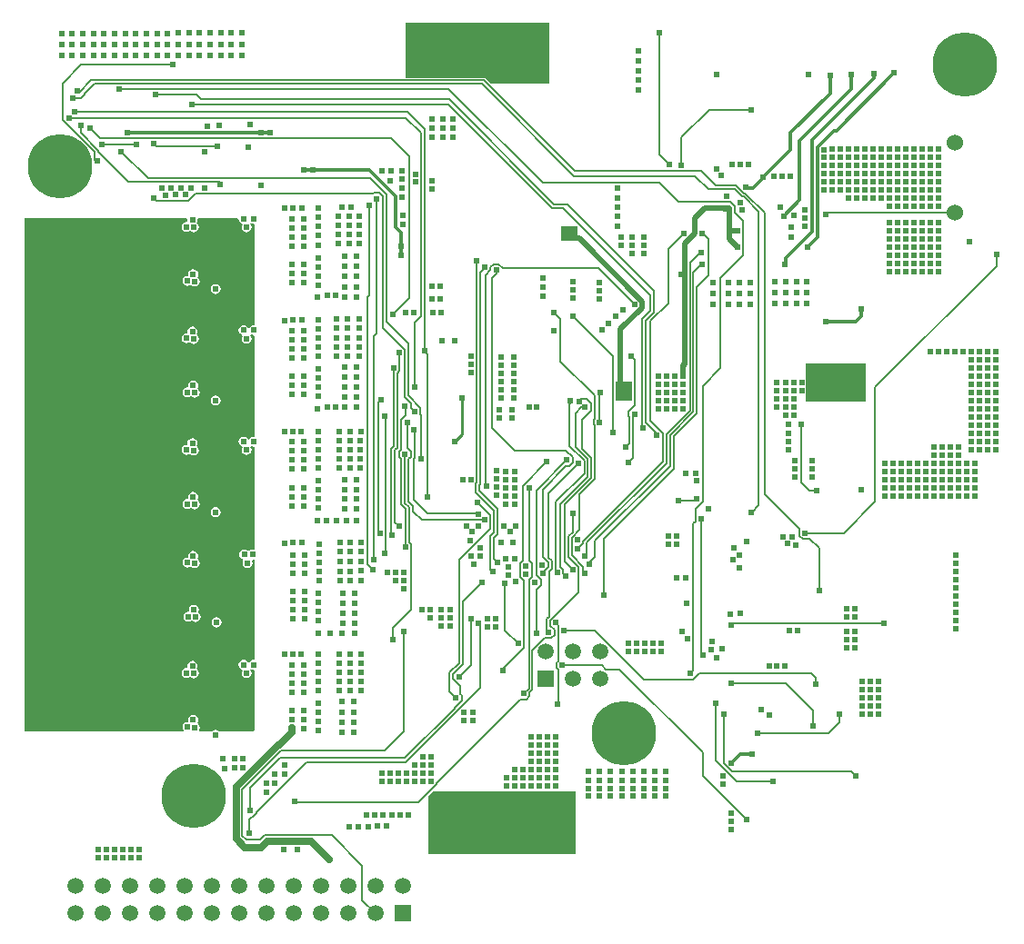
<source format=gbl>
%FSLAX25Y25*%
%MOIN*%
G70*
G01*
G75*
G04 Layer_Physical_Order=4*
G04 Layer_Color=16711680*
%ADD10R,0.03543X0.02756*%
%ADD11R,0.02756X0.03543*%
%ADD12R,0.03150X0.03543*%
%ADD13R,0.01181X0.02559*%
%ADD14R,0.13780X0.08465*%
%ADD15R,0.05315X0.11024*%
%ADD16R,0.05906X0.13386*%
%ADD17R,0.03937X0.21654*%
%ADD18R,0.03347X0.01378*%
%ADD19R,0.02559X0.01181*%
%ADD20R,0.03543X0.03150*%
%ADD21C,0.03937*%
%ADD22R,0.13386X0.05906*%
%ADD23R,0.17716X0.03937*%
%ADD24R,0.12402X0.12402*%
%ADD25O,0.04134X0.00787*%
%ADD26O,0.00787X0.04134*%
%ADD27O,0.02362X0.08661*%
%ADD28R,0.21654X0.03937*%
%ADD29R,0.02756X0.13583*%
%ADD30R,0.25590X0.05709*%
%ADD31R,0.02362X0.04331*%
%ADD32R,0.01378X0.03543*%
%ADD33R,0.21850X0.21260*%
%ADD34R,0.03937X0.12008*%
%ADD35R,0.02362X0.03543*%
%ADD36R,0.03543X0.02362*%
%ADD37R,0.05118X0.07087*%
%ADD38R,0.07087X0.05118*%
%ADD39O,0.08661X0.02362*%
%ADD40R,0.04528X0.06890*%
%ADD41R,0.09055X0.12205*%
%ADD42R,0.00980X0.04331*%
%ADD43R,0.05000X0.11496*%
%ADD44R,0.11496X0.05000*%
%ADD45R,0.09449X0.06693*%
%ADD46O,0.01181X0.07087*%
%ADD47O,0.07087X0.01181*%
%ADD48R,0.15157X0.20276*%
%ADD49R,0.12205X0.07874*%
%ADD50R,0.03347X0.04134*%
%ADD51R,0.04134X0.03347*%
%ADD52R,0.03937X0.17716*%
%ADD53R,0.12598X0.03937*%
%ADD54R,0.01378X0.03347*%
%ADD55R,0.06890X0.04528*%
%ADD56C,0.00800*%
%ADD57C,0.01200*%
%ADD58C,0.00600*%
%ADD59C,0.02000*%
%ADD60C,0.01000*%
%ADD61C,0.02500*%
%ADD62C,0.01500*%
%ADD63R,0.10255X0.13405*%
%ADD64R,0.05906X0.05906*%
%ADD65C,0.05906*%
%ADD66C,0.23622*%
%ADD67C,0.06000*%
%ADD68C,0.02400*%
%ADD69C,0.04000*%
%ADD70C,0.05943*%
%ADD71C,0.05550*%
%ADD72C,0.03600*%
%ADD73C,0.14998*%
G36*
X223982Y194600D02*
X217900D01*
Y201500D01*
X223982D01*
Y194600D01*
D02*
G37*
G36*
X309600Y194300D02*
X287600D01*
Y208400D01*
X309600D01*
Y194300D01*
D02*
G37*
G36*
X203400Y28300D02*
X149200D01*
Y49100D01*
Y49732D01*
X150868Y51400D01*
X203400D01*
Y28300D01*
D02*
G37*
G36*
X79665Y261400D02*
X79804Y260698D01*
X80202Y260102D01*
X80798Y259704D01*
X80953Y259674D01*
X81144Y259212D01*
X81004Y259002D01*
X80865Y258300D01*
X81004Y257598D01*
X81402Y257002D01*
X81998Y256604D01*
X82700Y256465D01*
X83402Y256604D01*
X83998Y257002D01*
X84396Y257598D01*
X84535Y258300D01*
X84396Y259002D01*
X84016Y259570D01*
X84370Y259924D01*
X84698Y259704D01*
X85400Y259565D01*
X85700Y259318D01*
Y222582D01*
X85400Y222335D01*
X84698Y222196D01*
X84102Y221798D01*
X83704Y221202D01*
X83700Y221180D01*
X83200D01*
X83196Y221202D01*
X82798Y221798D01*
X82202Y222196D01*
X81500Y222335D01*
X80798Y222196D01*
X80202Y221798D01*
X79804Y221202D01*
X79665Y220500D01*
X79804Y219798D01*
X80202Y219202D01*
X80798Y218804D01*
X80953Y218774D01*
X81144Y218312D01*
X81004Y218102D01*
X80865Y217400D01*
X81004Y216698D01*
X81402Y216102D01*
X81998Y215704D01*
X82700Y215565D01*
X83402Y215704D01*
X83998Y216102D01*
X84396Y216698D01*
X84535Y217400D01*
X84396Y218102D01*
X84016Y218670D01*
X84370Y219023D01*
X84698Y218804D01*
X85400Y218665D01*
X85700Y218419D01*
Y181682D01*
X85400Y181435D01*
X84698Y181296D01*
X84102Y180898D01*
X83704Y180302D01*
X83700Y180280D01*
X83200D01*
X83196Y180302D01*
X82798Y180898D01*
X82202Y181296D01*
X81500Y181435D01*
X80798Y181296D01*
X80202Y180898D01*
X79804Y180302D01*
X79665Y179600D01*
X79804Y178898D01*
X80202Y178302D01*
X80798Y177904D01*
X80953Y177874D01*
X81144Y177412D01*
X81004Y177202D01*
X80865Y176500D01*
X81004Y175798D01*
X81402Y175202D01*
X81998Y174804D01*
X82700Y174665D01*
X83402Y174804D01*
X83998Y175202D01*
X84396Y175798D01*
X84535Y176500D01*
X84396Y177202D01*
X84016Y177770D01*
X84370Y178123D01*
X84698Y177904D01*
X85400Y177765D01*
X85700Y177518D01*
Y140350D01*
X85313Y140033D01*
X84800Y140135D01*
X84098Y139996D01*
X83502Y139598D01*
X83502Y139598D01*
Y139598D01*
X83098Y139498D01*
D01*
X82502Y139896D01*
X81800Y140035D01*
X81098Y139896D01*
X80502Y139498D01*
X80104Y138902D01*
X79965Y138200D01*
X80104Y137498D01*
X80502Y136902D01*
X81098Y136504D01*
X81253Y136474D01*
X81444Y136012D01*
X81304Y135802D01*
X81165Y135100D01*
X81304Y134398D01*
X81702Y133802D01*
X82298Y133404D01*
X83000Y133265D01*
X83702Y133404D01*
X84298Y133802D01*
X84696Y134398D01*
X84835Y135100D01*
X84696Y135802D01*
X84675Y135834D01*
X84800Y136465D01*
X85313Y136567D01*
X85700Y136250D01*
Y99882D01*
X85400Y99635D01*
X84698Y99496D01*
X84102Y99098D01*
X83704Y98502D01*
X83700Y98480D01*
X83200D01*
X83196Y98502D01*
X82798Y99098D01*
X82202Y99496D01*
X81500Y99635D01*
X80798Y99496D01*
X80202Y99098D01*
X79804Y98502D01*
X79665Y97800D01*
X79804Y97098D01*
X80202Y96502D01*
X80798Y96104D01*
X80953Y96074D01*
X81144Y95612D01*
X81004Y95402D01*
X80865Y94700D01*
X81004Y93998D01*
X81402Y93402D01*
X81998Y93004D01*
X82700Y92865D01*
X83402Y93004D01*
X83998Y93402D01*
X84396Y93998D01*
X84535Y94700D01*
X84396Y95402D01*
X84016Y95970D01*
X84370Y96324D01*
X84698Y96104D01*
X85400Y95965D01*
X85700Y95718D01*
Y73500D01*
X85001Y73300D01*
X72694D01*
X72102Y73696D01*
X71400Y73835D01*
X70698Y73696D01*
X70106Y73300D01*
X65393D01*
X65157Y73741D01*
X65396Y74098D01*
X65535Y74800D01*
X65396Y75502D01*
X64998Y76098D01*
X64829Y76211D01*
X64731Y76701D01*
X64796Y76798D01*
X64935Y77500D01*
X64796Y78202D01*
X64398Y78798D01*
X63802Y79196D01*
X63100Y79335D01*
X62398Y79196D01*
X61802Y78798D01*
X61404Y78202D01*
X61265Y77500D01*
X61404Y76798D01*
D01*
X61000Y76835D01*
D01*
X61000Y76835D01*
Y76835D01*
X60298Y76696D01*
X59702Y76298D01*
X59304Y75702D01*
X59165Y75000D01*
X59304Y74298D01*
X59676Y73741D01*
X59470Y73354D01*
X59434Y73300D01*
X1223D01*
Y261700D01*
X60730D01*
X61047Y261314D01*
X60965Y260900D01*
X61104Y260198D01*
D01*
X60700Y260235D01*
D01*
X60700Y260235D01*
Y260235D01*
X59998Y260096D01*
X59402Y259698D01*
X59004Y259102D01*
X58865Y258400D01*
X59004Y257698D01*
X59402Y257102D01*
X59998Y256704D01*
X60700Y256565D01*
X61402Y256704D01*
X61791Y256964D01*
X62102Y256902D01*
X62698Y256504D01*
X63400Y256365D01*
X64102Y256504D01*
X64698Y256902D01*
X65096Y257498D01*
X65235Y258200D01*
X65096Y258902D01*
X64698Y259498D01*
X64235Y259807D01*
X64496Y260198D01*
X64635Y260900D01*
X64553Y261314D01*
X64870Y261700D01*
X79418D01*
X79665Y261400D01*
D02*
G37*
G36*
X203900Y253200D02*
X197800D01*
Y258500D01*
X203900D01*
Y253200D01*
D02*
G37*
G36*
X193600Y311100D02*
X171998D01*
X170249Y312849D01*
X169951Y313048D01*
X169600Y313118D01*
X141100D01*
Y333300D01*
X193600D01*
Y311100D01*
D02*
G37*
%LPC*%
G36*
X71400Y155635D02*
X70698Y155496D01*
X70102Y155098D01*
X69704Y154502D01*
X69565Y153800D01*
X69704Y153098D01*
X70102Y152502D01*
X70698Y152104D01*
X71400Y151965D01*
X72102Y152104D01*
X72698Y152502D01*
X73096Y153098D01*
X73235Y153800D01*
X73096Y154502D01*
X72698Y155098D01*
X72102Y155496D01*
X71400Y155635D01*
D02*
G37*
G36*
X63100Y139535D02*
X62398Y139396D01*
X61802Y138998D01*
X61404Y138402D01*
X61265Y137700D01*
X61404Y136998D01*
D01*
X61000Y137035D01*
D01*
X61000Y137035D01*
Y137035D01*
X60298Y136896D01*
X59702Y136498D01*
X59304Y135902D01*
X59165Y135200D01*
X59304Y134498D01*
X59702Y133902D01*
X60298Y133504D01*
X61000Y133365D01*
X61702Y133504D01*
X62091Y133764D01*
X62402Y133702D01*
X62998Y133304D01*
X63700Y133165D01*
X64402Y133304D01*
X64998Y133702D01*
X65396Y134298D01*
X65535Y135000D01*
X65396Y135702D01*
X64998Y136298D01*
X64829Y136411D01*
X64731Y136901D01*
X64796Y136998D01*
X64935Y137700D01*
X64796Y138402D01*
X64398Y138998D01*
X63802Y139396D01*
X63100Y139535D01*
D02*
G37*
G36*
X62800Y99135D02*
X62098Y98996D01*
X61502Y98598D01*
X61104Y98002D01*
X60965Y97300D01*
X61104Y96598D01*
D01*
X60700Y96635D01*
D01*
X60700Y96635D01*
Y96635D01*
X59998Y96496D01*
X59402Y96098D01*
X59004Y95502D01*
X58865Y94800D01*
X59004Y94098D01*
X59402Y93502D01*
X59998Y93104D01*
X60700Y92965D01*
X61402Y93104D01*
X61791Y93364D01*
X62102Y93302D01*
X62698Y92904D01*
X63400Y92765D01*
X64102Y92904D01*
X64698Y93302D01*
X65096Y93898D01*
X65235Y94600D01*
X65096Y95302D01*
X64698Y95898D01*
X64529Y96011D01*
X64431Y96501D01*
X64496Y96598D01*
X64635Y97300D01*
X64496Y98002D01*
X64098Y98598D01*
X63502Y98996D01*
X62800Y99135D01*
D02*
G37*
G36*
X71700Y115135D02*
X70998Y114996D01*
X70402Y114598D01*
X70004Y114002D01*
X69865Y113300D01*
X70004Y112598D01*
X70402Y112002D01*
X70998Y111604D01*
X71700Y111465D01*
X72402Y111604D01*
X72998Y112002D01*
X73396Y112598D01*
X73535Y113300D01*
X73396Y114002D01*
X72998Y114598D01*
X72402Y114996D01*
X71700Y115135D01*
D02*
G37*
G36*
X63400Y119735D02*
X62698Y119596D01*
X62102Y119198D01*
X61704Y118602D01*
X61565Y117900D01*
X61704Y117198D01*
D01*
X61300Y117235D01*
D01*
X61300Y117235D01*
Y117235D01*
X60598Y117096D01*
X60002Y116698D01*
X59604Y116102D01*
X59465Y115400D01*
X59604Y114698D01*
X60002Y114102D01*
X60598Y113704D01*
X61300Y113565D01*
X62002Y113704D01*
X62391Y113964D01*
X62702Y113902D01*
X63298Y113504D01*
X64000Y113365D01*
X64702Y113504D01*
X65298Y113902D01*
X65696Y114498D01*
X65835Y115200D01*
X65696Y115902D01*
X65298Y116498D01*
X65129Y116611D01*
X65031Y117101D01*
X65096Y117198D01*
X65235Y117900D01*
X65096Y118602D01*
X64698Y119198D01*
X64102Y119596D01*
X63400Y119735D01*
D02*
G37*
G36*
X63100Y161135D02*
X62398Y160996D01*
X61802Y160598D01*
X61404Y160002D01*
X61265Y159300D01*
X61404Y158598D01*
D01*
X61000Y158635D01*
D01*
X61000Y158635D01*
Y158635D01*
X60298Y158496D01*
X59702Y158098D01*
X59304Y157502D01*
X59165Y156800D01*
X59304Y156098D01*
X59702Y155502D01*
X60298Y155104D01*
X61000Y154965D01*
X61702Y155104D01*
X62091Y155364D01*
X62402Y155302D01*
X62998Y154904D01*
X63700Y154765D01*
X64402Y154904D01*
X64998Y155302D01*
X65396Y155898D01*
X65535Y156600D01*
X65396Y157302D01*
X64998Y157898D01*
X64829Y158011D01*
X64731Y158501D01*
X64796Y158598D01*
X64935Y159300D01*
X64796Y160002D01*
X64398Y160598D01*
X63802Y160996D01*
X63100Y161135D01*
D02*
G37*
G36*
X62800Y221835D02*
X62098Y221696D01*
X61502Y221298D01*
X61104Y220702D01*
X60965Y220000D01*
X61104Y219298D01*
D01*
X60700Y219335D01*
D01*
X60700Y219335D01*
Y219335D01*
X59998Y219196D01*
X59402Y218798D01*
X59004Y218202D01*
X58865Y217500D01*
X59004Y216798D01*
X59402Y216202D01*
X59998Y215804D01*
X60700Y215665D01*
X61402Y215804D01*
X61791Y216064D01*
X62102Y216002D01*
X62698Y215604D01*
X63400Y215465D01*
X64102Y215604D01*
X64698Y216002D01*
X65096Y216598D01*
X65235Y217300D01*
X65096Y218002D01*
X64698Y218598D01*
X64529Y218711D01*
X64431Y219201D01*
X64496Y219298D01*
X64635Y220000D01*
X64496Y220702D01*
X64098Y221298D01*
X63502Y221696D01*
X62800Y221835D01*
D02*
G37*
G36*
X71400Y237435D02*
X70698Y237296D01*
X70102Y236898D01*
X69704Y236302D01*
X69565Y235600D01*
X69704Y234898D01*
X70102Y234302D01*
X70698Y233904D01*
X71400Y233765D01*
X72102Y233904D01*
X72698Y234302D01*
X73096Y234898D01*
X73235Y235600D01*
X73096Y236302D01*
X72698Y236898D01*
X72102Y237296D01*
X71400Y237435D01*
D02*
G37*
G36*
X63100Y242935D02*
X62398Y242796D01*
X61802Y242398D01*
X61404Y241802D01*
X61265Y241100D01*
X61404Y240398D01*
D01*
X61000Y240435D01*
D01*
X61000Y240435D01*
Y240435D01*
X60298Y240296D01*
X59702Y239898D01*
X59304Y239302D01*
X59165Y238600D01*
X59304Y237898D01*
X59702Y237302D01*
X60298Y236904D01*
X61000Y236765D01*
X61702Y236904D01*
X62091Y237164D01*
X62402Y237102D01*
X62998Y236704D01*
X63700Y236565D01*
X64402Y236704D01*
X64998Y237102D01*
X65396Y237698D01*
X65535Y238400D01*
X65396Y239102D01*
X64998Y239698D01*
X64535Y240007D01*
X64796Y240398D01*
X64935Y241100D01*
X64796Y241802D01*
X64398Y242398D01*
X63802Y242796D01*
X63100Y242935D01*
D02*
G37*
G36*
X62800Y180935D02*
X62098Y180796D01*
X61502Y180398D01*
X61104Y179802D01*
X60965Y179100D01*
X61104Y178398D01*
D01*
X60700Y178435D01*
D01*
X60700Y178435D01*
Y178435D01*
X59998Y178296D01*
X59402Y177898D01*
X59004Y177302D01*
X58865Y176600D01*
X59004Y175898D01*
X59402Y175302D01*
X59998Y174904D01*
X60700Y174765D01*
X61402Y174904D01*
X61791Y175164D01*
X62102Y175102D01*
X62698Y174704D01*
X63400Y174565D01*
X64102Y174704D01*
X64698Y175102D01*
X65096Y175698D01*
X65235Y176400D01*
X65096Y177102D01*
X64698Y177698D01*
X64529Y177811D01*
X64431Y178301D01*
X64496Y178398D01*
X64635Y179100D01*
X64496Y179802D01*
X64098Y180398D01*
X63502Y180796D01*
X62800Y180935D01*
D02*
G37*
G36*
X71400Y196535D02*
X70698Y196396D01*
X70102Y195998D01*
X69704Y195402D01*
X69565Y194700D01*
X69704Y193998D01*
X70102Y193402D01*
X70698Y193004D01*
X71400Y192865D01*
X72102Y193004D01*
X72698Y193402D01*
X73096Y193998D01*
X73235Y194700D01*
X73096Y195402D01*
X72698Y195998D01*
X72102Y196396D01*
X71400Y196535D01*
D02*
G37*
G36*
X63100Y202035D02*
X62398Y201896D01*
X61802Y201498D01*
X61404Y200902D01*
X61265Y200200D01*
X61404Y199498D01*
D01*
X61000Y199535D01*
D01*
X61000Y199535D01*
Y199535D01*
X60298Y199396D01*
X59702Y198998D01*
X59304Y198402D01*
X59165Y197700D01*
X59304Y196998D01*
X59702Y196402D01*
X60298Y196004D01*
X61000Y195865D01*
X61702Y196004D01*
X62091Y196264D01*
X62402Y196202D01*
X62998Y195804D01*
X63700Y195665D01*
X64402Y195804D01*
X64998Y196202D01*
X65396Y196798D01*
X65535Y197500D01*
X65396Y198202D01*
X64998Y198798D01*
X64829Y198911D01*
X64731Y199401D01*
X64796Y199498D01*
X64935Y200200D01*
X64796Y200902D01*
X64398Y201498D01*
X63802Y201896D01*
X63100Y202035D01*
D02*
G37*
%LPD*%
D56*
X313100Y199500D02*
X357600Y244000D01*
Y248200D01*
X248611Y94800D02*
X289600D01*
X291300Y93100D01*
Y90900D02*
Y93100D01*
X176700Y95700D02*
Y96200D01*
X182900Y129989D02*
X184400Y128489D01*
X176700Y96200D02*
X184400Y103900D01*
Y128489D01*
X177400Y110400D02*
X182200Y105600D01*
X177400Y110400D02*
Y127500D01*
X161900Y97811D02*
Y121100D01*
X140300Y73200D02*
Y110000D01*
X87600Y33500D02*
X89400Y35300D01*
X82500Y33500D02*
X87600D01*
X81100Y34900D02*
X82500Y33500D01*
X89400Y35300D02*
X113800D01*
X125100Y24000D01*
Y11300D02*
X129900Y6500D01*
X125100Y11300D02*
Y24000D01*
X81100Y34900D02*
Y52000D01*
X95300Y66200D01*
X133300D01*
X95000Y63500D02*
X140500D01*
X84100Y52600D02*
X95000Y63500D01*
X84100Y44500D02*
Y52600D01*
X86200Y43700D02*
X104600Y62100D01*
X133300Y66200D02*
X140300Y73200D01*
X104600Y62100D02*
X141080D01*
X160200Y81220D01*
X140500Y63500D02*
X158800Y81800D01*
Y81891D01*
X160200Y81220D02*
Y81311D01*
X165000Y97800D02*
Y114500D01*
X160600Y93400D02*
X165000Y97800D01*
X168300Y89411D02*
Y112300D01*
X158400Y94311D02*
X161900Y97811D01*
X160200Y81311D02*
X168300Y89411D01*
X170000Y243600D02*
X170400D01*
X174200Y241300D02*
Y242700D01*
X172700Y239800D02*
X174200Y241300D01*
X167000Y164589D02*
Y246000D01*
X168400Y241600D02*
X170400Y243600D01*
X194500Y265400D02*
X198500D01*
X156500Y303400D02*
X194500Y265400D01*
X62500Y303400D02*
X156500D01*
X195200Y266800D02*
X200200D01*
X156800Y305200D02*
X195200Y266800D01*
X66000Y305200D02*
X156800D01*
X198500Y265400D02*
X230600Y233300D01*
X200200Y266800D02*
X232000Y235000D01*
X295505Y263605D02*
X342400D01*
X295000Y263100D02*
X295505Y263605D01*
X144200Y190600D02*
Y190700D01*
X49500Y267900D02*
X61211D01*
X48500Y268900D02*
X49500Y267900D01*
X126789Y232586D02*
X127500Y233297D01*
X129200Y218171D02*
X130400Y219371D01*
X143100Y118000D02*
Y141911D01*
X136300Y111200D02*
X143100Y118000D01*
X137100Y150100D02*
X138700Y148500D01*
X135700Y145600D02*
X135900Y145400D01*
X181100Y176400D02*
X199611D01*
X172700Y184800D02*
X181100Y176400D01*
X172700Y184800D02*
Y239800D01*
X301500Y146000D02*
X313100Y157600D01*
X138500Y212300D02*
X138700Y212100D01*
Y205589D02*
Y212100D01*
X131100Y146500D02*
X131500Y146100D01*
X131100Y193900D02*
X132100Y194900D01*
X140600Y192800D02*
X140900Y192500D01*
X137900Y204789D02*
X138700Y205589D01*
X144000Y184000D02*
X144300Y183700D01*
X144000Y173209D02*
X144300Y173509D01*
Y183700D01*
X143700Y154100D02*
X146900Y150900D01*
X144000Y158200D02*
X149000Y153200D01*
X144000Y158200D02*
Y173209D01*
X143700Y154100D02*
Y156080D01*
X142100Y157680D02*
X143700Y156080D01*
X140700Y157100D02*
X142300Y155500D01*
X140700Y157100D02*
Y175000D01*
X139300Y156520D02*
X140900Y154920D01*
Y141000D02*
Y154920D01*
X126789Y134711D02*
X129000Y132500D01*
X126789Y134711D02*
Y232586D01*
X167700Y112900D02*
X168300Y112300D01*
X313100Y157600D02*
Y199500D01*
X29600Y288600D02*
X42000D01*
X42200Y288800D01*
X287400Y146000D02*
X301500D01*
X49000Y306700D02*
X49300Y307000D01*
X64200D01*
X66000Y305200D01*
X174600Y135300D02*
X174700Y135400D01*
X174500Y135300D02*
X174600D01*
X173400Y136700D02*
X174700Y135400D01*
X172000Y132800D02*
X172900Y131900D01*
X191200Y162120D02*
X199780Y170700D01*
X200911D01*
X193400Y160800D02*
X204400Y171800D01*
X200911Y170700D02*
X202200Y171989D01*
Y173811D01*
X199611Y176400D02*
X202200Y173811D01*
X167800Y153300D02*
X167900Y153200D01*
X149000D02*
X167900D01*
X146900Y150900D02*
X169800D01*
X172000Y132800D02*
Y144861D01*
X173400Y136700D02*
Y144282D01*
X174700Y145582D01*
X172000Y144861D02*
X173300Y146161D01*
X202200Y225700D02*
X216800Y211100D01*
X188800Y109500D02*
X189100Y109200D01*
X188800Y161700D02*
X200000Y172900D01*
X22100Y317900D02*
X55682D01*
X15300Y311100D02*
X22100Y317900D01*
X15300Y297675D02*
Y311100D01*
Y297675D02*
X19564Y293411D01*
X19606D01*
X27111Y285907D01*
Y283089D02*
Y285907D01*
Y283089D02*
X27600Y282600D01*
X28000D01*
X135700Y145600D02*
Y177071D01*
X137100Y150100D02*
Y176491D01*
X139300Y156520D02*
Y173289D01*
X138500Y174089D02*
X139300Y173289D01*
X138500Y174089D02*
Y175911D01*
X142100Y157680D02*
Y173289D01*
X141500Y177311D02*
X142900Y175911D01*
Y174089D02*
Y175911D01*
X142100Y173289D02*
X142900Y174089D01*
X135700Y177071D02*
X136500Y177871D01*
X137100Y176491D02*
X137900Y177291D01*
X138500Y175911D02*
X139300Y176711D01*
X140900Y189311D02*
Y192500D01*
X142000Y196491D02*
Y200711D01*
X140600Y195911D02*
Y201291D01*
X133300Y189100D02*
X133700Y188700D01*
Y139000D02*
Y188700D01*
X129200Y136300D02*
Y218171D01*
X131100Y146500D02*
Y193900D01*
X140700Y201391D02*
Y213211D01*
X140600Y201291D02*
X140700Y201391D01*
X142100Y200811D02*
Y215600D01*
X142000Y200711D02*
X142100Y200811D01*
X141500Y177311D02*
Y186800D01*
X136500Y177871D02*
Y206500D01*
X137900Y177291D02*
Y204789D01*
X139300Y176711D02*
Y187711D01*
X140900Y189311D01*
X140600Y195911D02*
X142800Y193711D01*
Y192100D02*
Y193711D01*
Y192100D02*
X144200Y190700D01*
X142000Y196491D02*
X146400Y192091D01*
Y189800D02*
Y192091D01*
Y189800D02*
X146500Y189700D01*
Y173200D02*
Y189700D01*
X161900Y121100D02*
X168783Y127983D01*
X158400Y92489D02*
Y94311D01*
X161000Y87111D02*
Y89889D01*
X158400Y92489D02*
X161000Y89889D01*
Y87111D02*
X161500Y86611D01*
Y84591D02*
Y86611D01*
X158800Y81891D02*
X161500Y84591D01*
X133200Y138500D02*
X133700Y139000D01*
X142300Y142711D02*
X143100Y141911D01*
X142300Y142711D02*
Y155500D01*
X168111Y159500D02*
X173300Y154311D01*
X167700Y153100D02*
Y153200D01*
X167800Y153300D01*
X173300Y146161D02*
Y154311D01*
X196000Y113100D02*
X196100Y113200D01*
X196500Y83400D02*
X196800Y83700D01*
X196000Y113100D02*
X196800Y112300D01*
X212000Y186700D02*
Y197100D01*
X212400Y197500D01*
X192700Y110300D02*
X193400Y109600D01*
X192700Y110300D02*
Y114608D01*
X196800Y99117D02*
Y112300D01*
Y83700D02*
Y96089D01*
X196200Y96689D02*
X196800Y96089D01*
X196200Y96689D02*
Y98517D01*
X196800Y99117D01*
X198400Y97600D02*
X212790D01*
X214390Y96000D01*
X183800Y163300D02*
X192700Y172200D01*
X190500Y127089D02*
Y128911D01*
X193400Y137091D02*
Y160800D01*
X193500Y115408D02*
Y131809D01*
X191200Y131200D02*
X191300Y131300D01*
X191200Y137311D02*
Y162120D01*
Y131000D02*
Y131489D01*
X188800Y109500D02*
Y125389D01*
X190500Y127089D01*
X188800Y130611D02*
X190500Y128911D01*
X192700Y114608D02*
X193500Y115408D01*
X191200Y137311D02*
X193200Y135311D01*
X193400Y137091D02*
X194600Y135891D01*
X182900Y129989D02*
Y135011D01*
X183800Y135911D01*
Y163300D01*
X188800Y130611D02*
Y161700D01*
X191200Y131489D02*
X193200Y133489D01*
Y135311D01*
X193500Y131809D02*
X194600Y132909D01*
Y135891D01*
X83600Y36100D02*
Y41100D01*
X84500Y42000D01*
X84911D01*
X86200Y43289D01*
Y43700D01*
X101400Y29600D02*
Y29900D01*
X246211Y92400D02*
X248611Y94800D01*
X174700Y145582D02*
Y154891D01*
X168691Y160900D02*
X174700Y154891D01*
X168680Y160900D02*
X168691D01*
X166700Y164289D02*
X167000Y164589D01*
X168100Y163709D02*
X168400Y164009D01*
Y241600D01*
X166700Y160900D02*
Y164289D01*
X168100Y161480D02*
X168680Y160900D01*
X168100Y161480D02*
Y163709D01*
X166700Y160900D02*
X168000Y159600D01*
X199000Y110400D02*
X210300D01*
X228300Y92400D01*
X246211D01*
X227600Y185000D02*
X227800Y184800D01*
X229000Y186711D02*
X230980Y184731D01*
Y184720D02*
Y184731D01*
Y184720D02*
X232700Y183000D01*
X216800Y183200D02*
X217000Y183000D01*
X216800Y183200D02*
Y211100D01*
X232000Y227039D02*
Y235000D01*
X230600Y227618D02*
Y233300D01*
X227600Y224618D02*
X230600Y227618D01*
X229000Y224039D02*
X232000Y227039D01*
X229000Y186711D02*
Y224039D01*
X227600Y185000D02*
Y224618D01*
X219400Y96000D02*
X249800Y65600D01*
Y57000D02*
Y65600D01*
X214390Y96000D02*
X219400D01*
X249800Y57000D02*
X265800Y41000D01*
X132600Y221311D02*
X140700Y213211D01*
X134000Y223700D02*
X142100Y215600D01*
X127500Y233297D02*
Y266200D01*
X130400Y219371D02*
Y268800D01*
X132600Y221311D02*
Y269711D01*
X134000Y223700D02*
Y270291D01*
X128091Y276200D02*
X134000Y270291D01*
X36600Y286100D02*
X46500Y276200D01*
X128091D01*
X61211Y267900D02*
X63911Y270600D01*
X129089D01*
X129489Y271000D01*
X131311D01*
X132600Y269711D01*
D57*
X291804Y287570D02*
X297934Y293700D01*
X282100Y293000D02*
X296500Y307400D01*
Y313800D01*
X39000Y293000D02*
X91100D01*
X307800Y225700D02*
Y228200D01*
X305800Y223700D02*
X307800Y225700D01*
X295100Y223700D02*
X305800D01*
X260300Y61781D02*
X263619Y65100D01*
X267900D01*
X288159Y251041D02*
X291800Y254682D01*
Y256800D01*
X291804Y256104D02*
Y287570D01*
X280200Y247046D02*
X289900Y256746D01*
X280200Y244800D02*
Y247046D01*
X272100Y276800D02*
X282100Y286800D01*
Y293000D01*
X265400Y272800D02*
X268200D01*
X272200Y276800D01*
X304400Y309091D02*
Y314400D01*
X279500Y262300D02*
X285400Y268200D01*
Y290091D01*
X304400Y309091D01*
X289900Y290400D02*
X312500Y313000D01*
Y314600D01*
X289900Y256746D02*
Y290400D01*
X297934Y293700D02*
X298900D01*
X320100Y314900D01*
X139200Y248100D02*
Y251440D01*
Y256466D01*
X137300Y258366D02*
X139200Y256466D01*
X137300Y258366D02*
Y269600D01*
X127500Y279400D02*
X137300Y269600D01*
X103600Y279400D02*
X127500D01*
D58*
X262400Y54900D02*
X275500D01*
X254700Y62600D02*
X262400Y54900D01*
X254700Y62600D02*
Y83500D01*
X260600Y58500D02*
X304300D01*
X257500Y61600D02*
X260600Y58500D01*
X257500Y61600D02*
Y79800D01*
X186200Y89100D02*
Y129030D01*
X160600Y98350D02*
Y136200D01*
X136200Y107100D02*
Y111100D01*
X157100Y94850D02*
X160600Y98350D01*
X148000Y224216D02*
Y294300D01*
X146608Y225608D02*
Y292908D01*
X170300Y163300D02*
Y240700D01*
X211600Y243300D02*
X224800Y230100D01*
X176570Y243300D02*
X211600D01*
X175070Y244800D02*
X176570Y243300D01*
X172100Y242500D02*
Y243570D01*
X170300Y240700D02*
X172100Y242500D01*
X173330Y244800D02*
X175070D01*
X172100Y243570D02*
X173330Y244800D01*
X187400Y88603D02*
Y103049D01*
X100600Y47400D02*
X145570D01*
X183100Y85100D02*
X185170D01*
X152300Y54300D02*
X183100Y85100D01*
X145570Y47400D02*
X152300Y54130D01*
X186400Y87603D02*
X187400Y88603D01*
X186400Y86330D02*
Y87603D01*
X185170Y85100D02*
X186400Y86330D01*
X152300Y54130D02*
Y54300D01*
X147992Y224208D02*
X148000Y224216D01*
X141735Y300565D02*
X148000Y294300D01*
X141073Y298443D02*
X146608Y292908D01*
X144200Y223200D02*
X146608Y225608D01*
X191200Y274600D02*
X234000D01*
X222700Y190670D02*
X224900Y192870D01*
Y209800D01*
X222700Y188930D02*
Y190670D01*
Y188930D02*
X223000Y188630D01*
Y179100D02*
Y188630D01*
X221700Y177800D02*
X223000Y179100D01*
X223600Y211100D02*
X224900Y209800D01*
X199300Y156603D02*
X208900Y166203D01*
X197600Y156600D02*
X207700Y166700D01*
X292500Y124900D02*
Y140469D01*
X147900Y213000D02*
X149100Y211800D01*
X147900Y213000D02*
X147992Y213092D01*
Y224208D01*
X289069Y143900D02*
X292500Y140469D01*
X28900Y290900D02*
X39870D01*
X25300Y294500D02*
X28900Y290900D01*
X48700Y288900D02*
X49500Y288100D01*
X71800D01*
X36000Y308900D02*
X36200Y309100D01*
X19765Y300565D02*
X141735D01*
X27000Y311000D02*
X168832D01*
X195400Y227100D02*
X197700Y224800D01*
X234100Y285000D02*
Y329600D01*
Y285000D02*
X237700Y281400D01*
X36200Y309100D02*
X156700D01*
X191200Y274600D01*
X203200Y177667D02*
Y190100D01*
Y177667D02*
X207700Y173167D01*
X205600Y176964D02*
X209000Y173564D01*
X169600Y312200D02*
X202900Y278900D01*
X267200Y301000D02*
X267500Y301300D01*
X167200Y157200D02*
X171900Y152500D01*
X196100Y157500D02*
X206500Y167900D01*
Y172670D01*
X207700Y166700D02*
Y173167D01*
X208900Y166203D02*
Y173464D01*
X209000Y173564D01*
X248900Y245000D02*
X249700D01*
X201175Y194700D02*
X201300Y193500D01*
X197700Y209074D02*
Y224800D01*
X201100Y193300D02*
X201300Y193500D01*
X201100Y178070D02*
X206500Y172670D01*
X201100Y178070D02*
Y193300D01*
X197700Y209074D02*
X210200Y196574D01*
X204500Y194400D02*
X205300Y195200D01*
X205600Y176964D02*
Y187600D01*
X209000Y191000D01*
X205300Y195200D02*
X207300D01*
X209000Y191000D02*
Y193500D01*
X207300Y195200D02*
X209000Y193500D01*
X205300Y192200D02*
X206600D01*
X203200Y190100D02*
X205300Y192200D01*
X285300Y145130D02*
Y147669D01*
Y145130D02*
X286530Y143900D01*
X289069D01*
X224200Y189200D02*
X224800Y189800D01*
X260300Y112200D02*
X261000Y112900D01*
X316300D01*
X184300Y87200D02*
X186200Y89100D01*
X289100Y161500D02*
X291500D01*
X285800Y164800D02*
X289100Y161500D01*
X285800Y164800D02*
Y185900D01*
X25600Y312200D02*
X169600D01*
X20742Y308187D02*
X21165Y307765D01*
X25600Y312200D01*
X17643Y298443D02*
X141073D01*
X19043Y305643D02*
X22013D01*
X23265Y306895D01*
Y307265D01*
X27000Y311000D01*
X22000Y292856D02*
Y295600D01*
Y292856D02*
X28411Y286445D01*
Y285889D02*
Y286445D01*
X144200Y199800D02*
Y223200D01*
X149100Y159300D02*
Y211800D01*
X157100Y87900D02*
Y94850D01*
Y87900D02*
X159300Y85700D01*
X304300Y58500D02*
X305900Y56900D01*
X241000Y158000D02*
X247200D01*
X247700Y158500D01*
X167200Y157200D02*
Y157300D01*
X204700Y160306D02*
X210200Y165806D01*
X204700Y147170D02*
Y160306D01*
X201900Y144370D02*
X204700Y147170D01*
X199300Y135700D02*
Y156603D01*
X202200Y146367D02*
Y153400D01*
X200700Y144867D02*
X202200Y146367D01*
X187400Y103049D02*
X191851Y107500D01*
X210200Y165806D02*
Y185530D01*
X209900Y185830D02*
X210200Y185530D01*
X209900Y185830D02*
Y187570D01*
X210200Y187870D01*
Y196574D01*
X194000Y111970D02*
X195500Y110470D01*
X194000Y111970D02*
Y114070D01*
X191851Y107500D02*
X194270D01*
X195500Y108730D01*
Y110470D01*
X260400Y91100D02*
X280300D01*
X269900Y72600D02*
X296000D01*
X299900Y76500D02*
Y79800D01*
X296000Y72600D02*
X299900Y76500D01*
X280300Y91100D02*
X290300Y81100D01*
Y75300D02*
Y81100D01*
X207300Y138700D02*
Y142600D01*
X204000Y140300D02*
X206100Y142400D01*
Y143097D01*
X210300Y137400D02*
Y143200D01*
X213600Y123300D02*
Y144000D01*
X186200Y129030D02*
X187200Y130030D01*
X196100Y132000D02*
X196500Y131600D01*
X198600Y131300D02*
X199500Y130400D01*
X194000Y114070D02*
X204300Y124370D01*
X208300Y134800D02*
Y135400D01*
X210300Y137400D01*
X196100Y132000D02*
Y157500D01*
X198600Y131300D02*
Y132470D01*
X197600Y133470D02*
X198600Y132470D01*
X197600Y133470D02*
Y156600D01*
X199300Y135700D02*
X202000Y133000D01*
X187200Y130030D02*
Y134970D01*
X186200Y135970D02*
X187200Y134970D01*
X186200Y135970D02*
Y162500D01*
X206500Y137900D02*
X207300Y138700D01*
X247200Y150430D02*
Y155030D01*
X249800Y157630D01*
X249300Y101800D02*
Y151300D01*
Y101800D02*
X249800Y101300D01*
X170300Y163300D02*
X170600D01*
X206100Y131300D02*
Y133800D01*
X201900Y138000D02*
Y144370D01*
Y138000D02*
X206100Y133800D01*
X200700Y137300D02*
Y144867D01*
Y137300D02*
X204300Y133700D01*
Y124370D02*
Y133700D01*
X160600Y136200D02*
X171900Y147500D01*
Y152500D01*
X224200Y173600D02*
Y189200D01*
X222500Y171900D02*
X224200Y173600D01*
X206100Y143097D02*
X235300Y172297D01*
Y182800D01*
X230700Y187400D02*
X235300Y182800D01*
X207300Y142600D02*
X236500Y171800D01*
Y182330D01*
X210300Y143200D02*
X237800Y170700D01*
Y181933D01*
X213600Y144000D02*
X239200Y169600D01*
Y181636D01*
X249800Y157630D02*
Y200000D01*
X246400Y190533D02*
Y241700D01*
X239200Y181636D02*
X247600Y190036D01*
X237800Y181933D02*
X246400Y190533D01*
X236500Y182330D02*
X245200Y191030D01*
X249800Y200000D02*
X256300Y206500D01*
X241000Y267500D02*
X241100D01*
X234000Y274600D02*
X241100Y267500D01*
X230700Y187400D02*
Y223900D01*
X237200Y230400D01*
Y250200D01*
X245200Y245200D02*
X248900Y248900D01*
X245200Y191030D02*
Y245200D01*
X246400Y241700D02*
X249700Y245000D01*
X247600Y190036D02*
Y236400D01*
X252000Y240800D01*
Y254047D01*
X242100Y281200D02*
Y291200D01*
X168832Y311000D02*
X202731Y277100D01*
X202900Y278900D02*
X249300D01*
X256300Y206500D02*
Y239600D01*
X264600Y247900D01*
X268000Y153800D02*
X270400Y156200D01*
X272600Y160369D02*
X285300Y147669D01*
X242100Y291200D02*
X252200Y301300D01*
X267200D01*
Y301000D02*
Y301300D01*
X202731Y277100D02*
X246900D01*
X245300Y94600D02*
X246300Y95600D01*
Y149530D01*
X247200Y150430D01*
X261500Y263600D02*
X264600Y260500D01*
Y247900D02*
Y260500D01*
X264800Y270767D02*
X265433D01*
X264303Y269567D02*
X264936D01*
X272600Y160369D02*
Y263600D01*
X265433Y270767D02*
X272600Y263600D01*
X270400Y156200D02*
Y264103D01*
X264936Y269567D02*
X270400Y264103D01*
X249300Y278900D02*
X254500Y273700D01*
X261867D01*
X264800Y270767D01*
X246900Y277100D02*
X251800Y272200D01*
X261670D01*
X264303Y269567D01*
X260087Y267500D02*
X261500Y266087D01*
X241100Y267500D02*
X260087D01*
X261500Y263600D02*
Y266087D01*
X237200Y250200D02*
X243100Y256100D01*
X249700Y256347D02*
X252000Y254047D01*
X249300Y248600D02*
Y248900D01*
X249700Y244700D02*
Y245000D01*
X136300Y226300D02*
X142400Y232400D01*
Y284200D01*
X39870Y290900D02*
X39970Y291000D01*
X135600D01*
X142400Y284200D01*
X28411Y285889D02*
X39400Y274900D01*
X72900D01*
Y274000D02*
Y274900D01*
D59*
X202100Y254200D02*
X204500D01*
X227600Y231100D01*
X219700Y220840D02*
X227600Y228740D01*
X219700Y199400D02*
Y220840D01*
X227600Y228740D02*
Y231100D01*
X242700Y203900D02*
Y207500D01*
X243300Y208100D01*
X259500Y254100D02*
X262500Y251100D01*
X259400Y265400D02*
X259500D01*
X246900Y261800D02*
X250500Y265400D01*
X259400D02*
X259500Y265300D01*
X258400Y265100D02*
X259100D01*
X259400Y265400D01*
X259700Y257000D02*
X262500D01*
X259500Y254100D02*
Y265300D01*
X243300Y252340D02*
X246900Y255940D01*
Y261800D01*
X243300Y208100D02*
Y252340D01*
X250500Y265400D02*
X259400D01*
D60*
X161500Y182300D02*
Y195800D01*
X158900Y179700D02*
X161500Y182300D01*
X96200Y29600D02*
Y29900D01*
D61*
X81968Y30750D02*
X88032D01*
X78850Y33868D02*
X81968Y30750D01*
X88032D02*
X90232Y32950D01*
X106250D01*
X112900Y26300D01*
X78850Y33868D02*
Y52932D01*
X94368Y68450D01*
X94530D02*
X99200Y73120D01*
X94368Y68450D02*
X94530D01*
X99200Y73120D02*
Y74600D01*
D64*
X139900Y6500D02*
D03*
X192300Y92500D02*
D03*
D65*
X139900Y16500D02*
D03*
X129900Y6500D02*
D03*
Y16500D02*
D03*
X119900Y6500D02*
D03*
Y16500D02*
D03*
X109900Y6500D02*
D03*
Y16500D02*
D03*
X99900Y6500D02*
D03*
Y16500D02*
D03*
X89900Y6500D02*
D03*
Y16500D02*
D03*
X79900Y6500D02*
D03*
Y16500D02*
D03*
X69900Y6500D02*
D03*
Y16500D02*
D03*
X59900Y6500D02*
D03*
Y16500D02*
D03*
X49900Y6500D02*
D03*
Y16500D02*
D03*
X39900Y6500D02*
D03*
Y16500D02*
D03*
X29900Y6500D02*
D03*
Y16500D02*
D03*
X19900Y6500D02*
D03*
Y16500D02*
D03*
X212300Y102500D02*
D03*
Y92500D02*
D03*
X202300Y102500D02*
D03*
Y92500D02*
D03*
X192300Y102500D02*
D03*
D66*
X14300Y280600D02*
D03*
X345900Y318100D02*
D03*
X221000Y72600D02*
D03*
X63300Y49600D02*
D03*
D67*
X342400Y289195D02*
D03*
Y263605D02*
D03*
D68*
X77531Y90038D02*
D03*
Y85707D02*
D03*
Y81376D02*
D03*
X73200Y90038D02*
D03*
Y85707D02*
D03*
Y81376D02*
D03*
X68869Y90038D02*
D03*
Y85707D02*
D03*
Y81376D02*
D03*
Y122276D02*
D03*
Y126607D02*
D03*
Y130938D02*
D03*
X73200Y122276D02*
D03*
Y126607D02*
D03*
Y130938D02*
D03*
X77531Y122276D02*
D03*
Y126607D02*
D03*
Y130938D02*
D03*
Y171838D02*
D03*
Y167507D02*
D03*
Y163176D02*
D03*
X73200Y171838D02*
D03*
Y167507D02*
D03*
Y163176D02*
D03*
X68869Y171838D02*
D03*
Y167507D02*
D03*
Y163176D02*
D03*
Y204076D02*
D03*
Y208407D02*
D03*
Y212738D02*
D03*
X73200Y204076D02*
D03*
Y208407D02*
D03*
Y212738D02*
D03*
X77531Y204076D02*
D03*
Y208407D02*
D03*
Y212738D02*
D03*
Y253638D02*
D03*
Y249307D02*
D03*
Y244976D02*
D03*
X73200Y253638D02*
D03*
Y249307D02*
D03*
Y244976D02*
D03*
X68869Y253638D02*
D03*
Y249307D02*
D03*
Y244976D02*
D03*
X294249Y199004D02*
D03*
Y203335D02*
D03*
X298579Y199004D02*
D03*
Y203335D02*
D03*
X302910Y199004D02*
D03*
Y203335D02*
D03*
X357600Y248200D02*
D03*
X271300Y81200D02*
D03*
X136200Y107100D02*
D03*
X122200Y109400D02*
D03*
X124600Y101628D02*
D03*
X176700Y95700D02*
D03*
X182200Y105600D02*
D03*
X170900Y114800D02*
D03*
Y111800D02*
D03*
X174100D02*
D03*
X167700Y112900D02*
D03*
X165000Y114500D02*
D03*
X177400Y127500D02*
D03*
X140300Y110000D02*
D03*
X83600Y36100D02*
D03*
X90000Y50820D02*
D03*
Y54160D02*
D03*
X93100Y54420D02*
D03*
Y57760D02*
D03*
X96600Y57620D02*
D03*
Y60960D02*
D03*
X135200Y55000D02*
D03*
Y58000D02*
D03*
X138200D02*
D03*
X165000Y204900D02*
D03*
Y207900D02*
D03*
Y210900D02*
D03*
X150700Y232000D02*
D03*
X153800Y226900D02*
D03*
X153700Y232000D02*
D03*
Y236600D02*
D03*
X170000Y243600D02*
D03*
X174200Y242700D02*
D03*
X141000Y226900D02*
D03*
X144000D02*
D03*
X150800D02*
D03*
X150700Y236600D02*
D03*
X167000Y246000D02*
D03*
X191400Y239620D02*
D03*
X188800Y30900D02*
D03*
X185100D02*
D03*
X181400D02*
D03*
X199900D02*
D03*
X196200D02*
D03*
X192500D02*
D03*
X188800Y34000D02*
D03*
X185100D02*
D03*
X181400D02*
D03*
X166800Y31000D02*
D03*
X199900Y34000D02*
D03*
X196200D02*
D03*
X192500D02*
D03*
X163100Y30900D02*
D03*
X159400D02*
D03*
X155700D02*
D03*
X152000D02*
D03*
X170500Y31000D02*
D03*
X188800Y49000D02*
D03*
X185100D02*
D03*
X181400D02*
D03*
X166800Y46000D02*
D03*
X199900Y49000D02*
D03*
X196200D02*
D03*
X192500D02*
D03*
X163100Y45900D02*
D03*
X159400D02*
D03*
X155700D02*
D03*
X152000D02*
D03*
X170500Y46000D02*
D03*
Y43000D02*
D03*
Y39900D02*
D03*
X152000Y42900D02*
D03*
X155700D02*
D03*
X159400D02*
D03*
X163100D02*
D03*
Y33800D02*
D03*
Y39800D02*
D03*
Y36800D02*
D03*
X159400D02*
D03*
Y39800D02*
D03*
X155700D02*
D03*
X152000D02*
D03*
Y36800D02*
D03*
X155700D02*
D03*
X159400Y33800D02*
D03*
X192500Y46000D02*
D03*
X196200D02*
D03*
X199900D02*
D03*
Y39900D02*
D03*
Y42900D02*
D03*
X196200D02*
D03*
X188800D02*
D03*
X192500D02*
D03*
Y39900D02*
D03*
Y36900D02*
D03*
X196200Y39900D02*
D03*
Y36900D02*
D03*
X199900D02*
D03*
X188800D02*
D03*
X185100Y39900D02*
D03*
Y36900D02*
D03*
X181400Y42900D02*
D03*
X188800Y39900D02*
D03*
X181400D02*
D03*
Y36900D02*
D03*
X170500D02*
D03*
Y33900D02*
D03*
X166800Y36900D02*
D03*
Y33900D02*
D03*
X185100Y42900D02*
D03*
X166800Y39900D02*
D03*
Y43000D02*
D03*
X181400Y46000D02*
D03*
X185100D02*
D03*
X188800D02*
D03*
X152000Y33800D02*
D03*
X155700D02*
D03*
X266500Y281200D02*
D03*
X263500D02*
D03*
X260500D02*
D03*
X191400Y232940D02*
D03*
Y236280D02*
D03*
X150700Y291280D02*
D03*
X154500D02*
D03*
X150700Y294620D02*
D03*
X158400Y291340D02*
D03*
Y298020D02*
D03*
Y294680D02*
D03*
X154500Y294620D02*
D03*
Y297960D02*
D03*
X150700D02*
D03*
X288748Y314348D02*
D03*
X218544Y262200D02*
D03*
Y272500D02*
D03*
X224100Y251500D02*
D03*
Y254500D02*
D03*
X218544Y269100D02*
D03*
X224100Y248500D02*
D03*
X228300Y254500D02*
D03*
Y251500D02*
D03*
Y248500D02*
D03*
X220100Y251500D02*
D03*
X224800Y229900D02*
D03*
X199400Y256800D02*
D03*
X202400D02*
D03*
X222700Y199400D02*
D03*
X320100Y314900D02*
D03*
X303204Y272000D02*
D03*
X297204D02*
D03*
X303204Y275000D02*
D03*
X294204Y272000D02*
D03*
X297204Y275000D02*
D03*
X303204Y278000D02*
D03*
X294204Y275000D02*
D03*
X297204Y278000D02*
D03*
X303204Y281000D02*
D03*
X294204Y278000D02*
D03*
X297204Y281000D02*
D03*
X303204Y284000D02*
D03*
X294204Y281000D02*
D03*
X297204Y284000D02*
D03*
X303204Y287000D02*
D03*
X294204Y284000D02*
D03*
X297204Y287000D02*
D03*
X306204D02*
D03*
Y284000D02*
D03*
Y281000D02*
D03*
Y278000D02*
D03*
Y275000D02*
D03*
X303204Y269000D02*
D03*
X306204Y272000D02*
D03*
X294328Y286700D02*
D03*
X312500Y314600D02*
D03*
X300204Y281000D02*
D03*
Y284000D02*
D03*
Y287000D02*
D03*
X280100Y244600D02*
D03*
X304400Y314400D02*
D03*
X296600Y314000D02*
D03*
X272100Y276800D02*
D03*
X279500Y262300D02*
D03*
X223600Y211100D02*
D03*
X221700Y177800D02*
D03*
X202200Y232300D02*
D03*
Y225700D02*
D03*
Y235300D02*
D03*
X212000Y235000D02*
D03*
Y232000D02*
D03*
X117700Y265600D02*
D03*
X116400Y262260D02*
D03*
X120200D02*
D03*
Y258920D02*
D03*
X124100Y258980D02*
D03*
X120900Y265600D02*
D03*
X124100Y262320D02*
D03*
X130400Y268800D02*
D03*
X48500Y268900D02*
D03*
X218544Y258800D02*
D03*
Y265700D02*
D03*
X289800Y172700D02*
D03*
Y169700D02*
D03*
Y166700D02*
D03*
X162400Y77400D02*
D03*
X267900Y65100D02*
D03*
X260300Y61781D02*
D03*
X283525Y166800D02*
D03*
Y169800D02*
D03*
X281300Y176800D02*
D03*
Y179800D02*
D03*
Y182800D02*
D03*
Y186000D02*
D03*
X283525Y172800D02*
D03*
X280300Y189200D02*
D03*
X283325D02*
D03*
X280300Y192200D02*
D03*
X283325D02*
D03*
X280300Y195200D02*
D03*
X283325D02*
D03*
X289375Y198200D02*
D03*
X283325D02*
D03*
X280300D02*
D03*
X286350D02*
D03*
X289375Y201200D02*
D03*
X283325D02*
D03*
X280300D02*
D03*
X286350D02*
D03*
X276900Y198275D02*
D03*
Y192225D02*
D03*
Y195250D02*
D03*
Y201300D02*
D03*
X233700Y191500D02*
D03*
X177800Y53400D02*
D03*
X180800D02*
D03*
X183800D02*
D03*
X186800D02*
D03*
X189800D02*
D03*
X192800D02*
D03*
X195800D02*
D03*
X177800Y56400D02*
D03*
X180800D02*
D03*
X183800D02*
D03*
X186800D02*
D03*
X189800D02*
D03*
X192800D02*
D03*
X195800D02*
D03*
X180800Y59400D02*
D03*
X183800D02*
D03*
X186800D02*
D03*
X189800D02*
D03*
X192800D02*
D03*
X195800D02*
D03*
X186800Y62400D02*
D03*
X189800D02*
D03*
X192800D02*
D03*
X195800D02*
D03*
X189800Y65400D02*
D03*
X192800D02*
D03*
X195800D02*
D03*
X186800Y68400D02*
D03*
X192800D02*
D03*
X195800D02*
D03*
X192800Y71400D02*
D03*
X195800D02*
D03*
X166100Y134800D02*
D03*
X180400Y142600D02*
D03*
X176100Y142700D02*
D03*
X168300Y140700D02*
D03*
Y137700D02*
D03*
X165100D02*
D03*
X161500Y195800D02*
D03*
X174400Y169000D02*
D03*
Y166000D02*
D03*
Y163000D02*
D03*
Y160000D02*
D03*
X177700Y156700D02*
D03*
X181000Y156800D02*
D03*
X177700Y162700D02*
D03*
X181000Y162800D02*
D03*
X177700Y165700D02*
D03*
X181000Y165800D02*
D03*
Y168800D02*
D03*
X177700Y168700D02*
D03*
X174100Y114800D02*
D03*
X154000Y111900D02*
D03*
X157200D02*
D03*
X154000Y114900D02*
D03*
X157200D02*
D03*
Y117900D02*
D03*
X154000D02*
D03*
X279800Y97400D02*
D03*
X263400Y138100D02*
D03*
X263300Y133400D02*
D03*
X261100Y136200D02*
D03*
X261300Y140700D02*
D03*
X265800Y143000D02*
D03*
X283900Y141800D02*
D03*
X280900Y142400D02*
D03*
X282600Y144500D02*
D03*
X279200D02*
D03*
X277100Y97400D02*
D03*
X257000Y103500D02*
D03*
X342500Y111000D02*
D03*
Y114000D02*
D03*
Y117000D02*
D03*
Y120000D02*
D03*
Y123000D02*
D03*
Y126000D02*
D03*
Y129000D02*
D03*
Y132000D02*
D03*
Y135000D02*
D03*
Y138000D02*
D03*
X134000Y38500D02*
D03*
X130500D02*
D03*
X127200Y38400D02*
D03*
X123700D02*
D03*
X120300D02*
D03*
X112900Y26300D02*
D03*
X124500Y142800D02*
D03*
Y183200D02*
D03*
X123800Y224600D02*
D03*
X120500Y183200D02*
D03*
X116700D02*
D03*
X99600Y265300D02*
D03*
X102800D02*
D03*
X96600Y265200D02*
D03*
X99600Y224200D02*
D03*
X102800D02*
D03*
X96600Y224100D02*
D03*
X99500Y183400D02*
D03*
X102700D02*
D03*
X96500Y183300D02*
D03*
X99700Y142500D02*
D03*
X102900D02*
D03*
X96700Y142400D02*
D03*
X96500Y101600D02*
D03*
X102700Y101700D02*
D03*
X99500D02*
D03*
X71400Y235600D02*
D03*
X61000Y75000D02*
D03*
X63100Y77500D02*
D03*
X63700Y74800D02*
D03*
X63400Y94600D02*
D03*
X60700Y94800D02*
D03*
X62800Y97300D02*
D03*
X85400Y97800D02*
D03*
X81500D02*
D03*
X82700Y94700D02*
D03*
X99400Y97700D02*
D03*
X103600D02*
D03*
Y94360D02*
D03*
X99400D02*
D03*
X103600Y91020D02*
D03*
X99400D02*
D03*
X103600Y87680D02*
D03*
X99400D02*
D03*
X103600Y81000D02*
D03*
X99400D02*
D03*
X103600Y77660D02*
D03*
X99400D02*
D03*
X103600Y74320D02*
D03*
X99400D02*
D03*
X117600Y72940D02*
D03*
X121800D02*
D03*
X117600Y76680D02*
D03*
X121800D02*
D03*
X117600Y80420D02*
D03*
X121800D02*
D03*
Y84160D02*
D03*
X117600D02*
D03*
X108800Y83520D02*
D03*
Y80180D02*
D03*
Y76840D02*
D03*
Y73500D02*
D03*
X71400Y72000D02*
D03*
X49700Y94700D02*
D03*
X49800Y91100D02*
D03*
X49500Y76400D02*
D03*
X49400Y80000D02*
D03*
X116700Y88140D02*
D03*
X120650D02*
D03*
X116700Y91512D02*
D03*
X120650D02*
D03*
X116700Y94884D02*
D03*
X120650D02*
D03*
X116700Y98256D02*
D03*
X120650D02*
D03*
Y101600D02*
D03*
X116700D02*
D03*
X124600Y98256D02*
D03*
Y94884D02*
D03*
Y91512D02*
D03*
Y88140D02*
D03*
X109000Y101560D02*
D03*
Y98220D02*
D03*
Y94880D02*
D03*
Y91540D02*
D03*
Y88200D02*
D03*
X63400Y117900D02*
D03*
X61300Y115400D02*
D03*
X64000Y115200D02*
D03*
X63700Y135000D02*
D03*
X61000Y135200D02*
D03*
X63100Y137700D02*
D03*
X84800Y138300D02*
D03*
X81800Y138200D02*
D03*
X83000Y135100D02*
D03*
X99700Y138100D02*
D03*
X103900D02*
D03*
Y134760D02*
D03*
X99700D02*
D03*
X103900Y131420D02*
D03*
X99700D02*
D03*
Y124740D02*
D03*
X103900Y121400D02*
D03*
X99700D02*
D03*
Y118060D02*
D03*
X103900Y114720D02*
D03*
X99700D02*
D03*
X117900Y112840D02*
D03*
X122300D02*
D03*
X117900Y116580D02*
D03*
X122300D02*
D03*
X117900Y120320D02*
D03*
X122300D02*
D03*
Y124060D02*
D03*
X117900D02*
D03*
X117733Y109400D02*
D03*
X113267D02*
D03*
X108800D02*
D03*
X109100Y123920D02*
D03*
Y120580D02*
D03*
Y117240D02*
D03*
Y113900D02*
D03*
X71700Y113300D02*
D03*
X50000Y135100D02*
D03*
X50100Y131500D02*
D03*
X49400Y117200D02*
D03*
X49300Y120800D02*
D03*
X117000Y128540D02*
D03*
X120700D02*
D03*
X117000Y132080D02*
D03*
X120700D02*
D03*
X117000Y135620D02*
D03*
X120700D02*
D03*
X117000Y139160D02*
D03*
X120700D02*
D03*
Y142700D02*
D03*
X117000D02*
D03*
X124500Y139220D02*
D03*
Y135680D02*
D03*
Y132140D02*
D03*
Y128600D02*
D03*
X109300Y141960D02*
D03*
Y138620D02*
D03*
Y135280D02*
D03*
Y131940D02*
D03*
Y128600D02*
D03*
X63100Y159300D02*
D03*
X61000Y156800D02*
D03*
X63700Y156600D02*
D03*
X63400Y176400D02*
D03*
X60700Y176600D02*
D03*
X62800Y179100D02*
D03*
X85400Y179600D02*
D03*
X81500D02*
D03*
X82700Y176500D02*
D03*
X99400Y179500D02*
D03*
X103600D02*
D03*
Y176160D02*
D03*
X99400D02*
D03*
X103600Y172820D02*
D03*
X99400D02*
D03*
X103600Y169480D02*
D03*
X99400D02*
D03*
X103600Y162800D02*
D03*
X99400D02*
D03*
X103600Y159460D02*
D03*
X99400D02*
D03*
X103600Y156120D02*
D03*
X99400D02*
D03*
X119300Y150800D02*
D03*
X122900D02*
D03*
X118600Y154940D02*
D03*
X122900D02*
D03*
X118600Y158480D02*
D03*
X122900D02*
D03*
X118600Y162020D02*
D03*
X122900D02*
D03*
Y165560D02*
D03*
X118600D02*
D03*
X115700Y150800D02*
D03*
X112100D02*
D03*
X108500D02*
D03*
X108800Y165320D02*
D03*
Y161980D02*
D03*
Y158640D02*
D03*
Y155300D02*
D03*
X71400Y153800D02*
D03*
X49700Y176500D02*
D03*
X49800Y172900D02*
D03*
X49600Y158200D02*
D03*
X49500Y161800D02*
D03*
X116700Y169940D02*
D03*
X120500D02*
D03*
X116700Y173280D02*
D03*
X120500D02*
D03*
X116700Y176620D02*
D03*
X120500D02*
D03*
X116700Y179960D02*
D03*
X120500D02*
D03*
X124400Y180020D02*
D03*
Y176680D02*
D03*
Y173340D02*
D03*
Y170000D02*
D03*
X109000Y183360D02*
D03*
Y180020D02*
D03*
Y176680D02*
D03*
Y173340D02*
D03*
Y170000D02*
D03*
X63100Y200200D02*
D03*
X61000Y197700D02*
D03*
X63700Y197500D02*
D03*
X63400Y217300D02*
D03*
X60700Y217500D02*
D03*
X62800Y220000D02*
D03*
X85400Y220500D02*
D03*
X81500D02*
D03*
X82700Y217400D02*
D03*
X99400Y220400D02*
D03*
X103600D02*
D03*
Y217060D02*
D03*
X99400D02*
D03*
X103600Y213720D02*
D03*
X99400D02*
D03*
X103600Y203700D02*
D03*
X99400D02*
D03*
X103600Y200360D02*
D03*
X99400D02*
D03*
X103600Y197020D02*
D03*
X99400D02*
D03*
X118600Y192300D02*
D03*
X122800D02*
D03*
X118600Y195940D02*
D03*
X122800D02*
D03*
X118600Y199580D02*
D03*
X122800D02*
D03*
X118600Y203220D02*
D03*
X122800D02*
D03*
Y206860D02*
D03*
X118600D02*
D03*
X115400Y192300D02*
D03*
X112200D02*
D03*
X108500Y191700D02*
D03*
X108800Y206220D02*
D03*
Y202880D02*
D03*
Y199540D02*
D03*
Y196200D02*
D03*
X71400Y194700D02*
D03*
X49700Y217400D02*
D03*
X49800Y213800D02*
D03*
X50200Y199100D02*
D03*
X50100Y202700D02*
D03*
X115700Y210840D02*
D03*
X119700D02*
D03*
X115700Y214280D02*
D03*
X119700D02*
D03*
X115700Y217720D02*
D03*
X119700D02*
D03*
X115700Y221160D02*
D03*
X119700D02*
D03*
Y224600D02*
D03*
X115700D02*
D03*
X123800Y221220D02*
D03*
Y217780D02*
D03*
Y214340D02*
D03*
Y210900D02*
D03*
X109000Y224260D02*
D03*
Y220920D02*
D03*
Y217580D02*
D03*
Y214240D02*
D03*
Y210900D02*
D03*
Y251800D02*
D03*
Y255140D02*
D03*
Y258480D02*
D03*
Y261820D02*
D03*
Y265160D02*
D03*
X124100Y252300D02*
D03*
Y255640D02*
D03*
X116400Y258920D02*
D03*
X120200Y255580D02*
D03*
X116400D02*
D03*
X120200Y252240D02*
D03*
X116400D02*
D03*
X50100Y244800D02*
D03*
X50200Y241200D02*
D03*
X49800Y254700D02*
D03*
X49700Y258300D02*
D03*
X108800Y237100D02*
D03*
Y240440D02*
D03*
Y243780D02*
D03*
Y247120D02*
D03*
X108500Y232600D02*
D03*
X112200Y233200D02*
D03*
X115400D02*
D03*
X118600Y247660D02*
D03*
X123000D02*
D03*
Y243920D02*
D03*
X118600D02*
D03*
X123000Y240180D02*
D03*
X118600D02*
D03*
X123000Y236440D02*
D03*
X118600D02*
D03*
X123000Y232700D02*
D03*
X118600D02*
D03*
X99400Y237920D02*
D03*
X103600D02*
D03*
X99400Y241260D02*
D03*
X103600D02*
D03*
X99400Y244600D02*
D03*
X103600D02*
D03*
X99400Y254620D02*
D03*
X103600D02*
D03*
X99400Y257960D02*
D03*
X103600D02*
D03*
Y261300D02*
D03*
X99400D02*
D03*
X62400Y272500D02*
D03*
X56700Y270200D02*
D03*
X60400D02*
D03*
X58500Y272500D02*
D03*
X54900D02*
D03*
X53100Y270100D02*
D03*
X51500Y272500D02*
D03*
X82700Y258300D02*
D03*
X81500Y261400D02*
D03*
X85400D02*
D03*
X336204Y251000D02*
D03*
X321204D02*
D03*
X318204D02*
D03*
Y254000D02*
D03*
X336204Y269000D02*
D03*
X333204D02*
D03*
X330204D02*
D03*
X327204D02*
D03*
X324204D02*
D03*
X321204D02*
D03*
X318204D02*
D03*
X336204Y272000D02*
D03*
X333204D02*
D03*
X330204D02*
D03*
X327204D02*
D03*
X324204D02*
D03*
X321204D02*
D03*
X318204D02*
D03*
X336204Y275000D02*
D03*
X333204D02*
D03*
X330204D02*
D03*
X327204D02*
D03*
X324204D02*
D03*
X321204D02*
D03*
X318204D02*
D03*
X336204Y278000D02*
D03*
X333204D02*
D03*
X330204D02*
D03*
X327204D02*
D03*
X324204D02*
D03*
X321204D02*
D03*
X318204D02*
D03*
X336204Y281000D02*
D03*
X333204D02*
D03*
X330204D02*
D03*
X327204D02*
D03*
X324204D02*
D03*
X321204D02*
D03*
X318204D02*
D03*
X336204Y284000D02*
D03*
X333204D02*
D03*
X330204D02*
D03*
X327204D02*
D03*
X324204D02*
D03*
X321204D02*
D03*
X318204D02*
D03*
X336204Y287000D02*
D03*
X333204D02*
D03*
X330204D02*
D03*
X327204D02*
D03*
X324204D02*
D03*
X321204D02*
D03*
X318204D02*
D03*
X315204D02*
D03*
Y284000D02*
D03*
Y281000D02*
D03*
Y278000D02*
D03*
Y275000D02*
D03*
Y272000D02*
D03*
Y269000D02*
D03*
X312204Y287000D02*
D03*
Y284000D02*
D03*
Y281000D02*
D03*
Y278000D02*
D03*
Y275000D02*
D03*
Y272000D02*
D03*
Y269000D02*
D03*
X309204Y287000D02*
D03*
Y284000D02*
D03*
Y281000D02*
D03*
Y278000D02*
D03*
Y275000D02*
D03*
Y272000D02*
D03*
Y269000D02*
D03*
X306204D02*
D03*
X300204Y278000D02*
D03*
Y275000D02*
D03*
Y272000D02*
D03*
X357404Y212700D02*
D03*
Y209700D02*
D03*
Y206700D02*
D03*
X348329D02*
D03*
X354379Y203700D02*
D03*
X357404D02*
D03*
X354379Y200700D02*
D03*
X357404D02*
D03*
X351354D02*
D03*
X354379Y197700D02*
D03*
X357404D02*
D03*
X351354D02*
D03*
X354379Y194700D02*
D03*
X357404D02*
D03*
Y191700D02*
D03*
X351354D02*
D03*
X354379Y188700D02*
D03*
X351354D02*
D03*
X348329D02*
D03*
X354379Y185700D02*
D03*
X357404D02*
D03*
X351354D02*
D03*
X348329D02*
D03*
X354379Y182700D02*
D03*
X357404D02*
D03*
X351354D02*
D03*
X348329D02*
D03*
X354379Y179700D02*
D03*
X357404D02*
D03*
X351354D02*
D03*
X348329D02*
D03*
X354379Y176700D02*
D03*
X357404D02*
D03*
X351354D02*
D03*
X348329D02*
D03*
X349504Y159700D02*
D03*
Y162725D02*
D03*
Y168775D02*
D03*
Y165750D02*
D03*
X346504Y159700D02*
D03*
Y162725D02*
D03*
Y168775D02*
D03*
Y165750D02*
D03*
X334504Y159700D02*
D03*
Y162725D02*
D03*
Y168775D02*
D03*
Y165750D02*
D03*
X331504Y159700D02*
D03*
Y162725D02*
D03*
Y168775D02*
D03*
Y165750D02*
D03*
X325504Y159700D02*
D03*
Y162725D02*
D03*
Y165750D02*
D03*
X322504Y159700D02*
D03*
Y162725D02*
D03*
X319504Y159700D02*
D03*
X316504D02*
D03*
Y162725D02*
D03*
Y171700D02*
D03*
X331504D02*
D03*
X334504D02*
D03*
X346504D02*
D03*
X349504D02*
D03*
X334504Y174700D02*
D03*
Y177700D02*
D03*
X348329Y191700D02*
D03*
Y194700D02*
D03*
X316504Y165750D02*
D03*
X319504D02*
D03*
Y162725D02*
D03*
Y168775D02*
D03*
X316504D02*
D03*
X322504D02*
D03*
Y165750D02*
D03*
Y171700D02*
D03*
X325504D02*
D03*
Y168775D02*
D03*
X348329Y203700D02*
D03*
Y200700D02*
D03*
X351354Y203700D02*
D03*
X354379Y206700D02*
D03*
X351354D02*
D03*
Y209700D02*
D03*
X318204Y242000D02*
D03*
X324204D02*
D03*
Y251000D02*
D03*
X330204D02*
D03*
X336204Y242000D02*
D03*
X333204Y251000D02*
D03*
X327204D02*
D03*
X330204Y242000D02*
D03*
X321204D02*
D03*
X327204D02*
D03*
X333204D02*
D03*
X336204Y245000D02*
D03*
X333204D02*
D03*
X330204D02*
D03*
X327204D02*
D03*
X324204D02*
D03*
X321204D02*
D03*
X318204D02*
D03*
Y248000D02*
D03*
X321204D02*
D03*
X324204D02*
D03*
X327204D02*
D03*
X330204D02*
D03*
X336204D02*
D03*
X333204D02*
D03*
X354379Y209700D02*
D03*
Y212700D02*
D03*
X351354D02*
D03*
X348329D02*
D03*
Y209700D02*
D03*
X345304Y212700D02*
D03*
X337504Y159700D02*
D03*
X343504D02*
D03*
X339254Y212700D02*
D03*
X343504Y162725D02*
D03*
Y165750D02*
D03*
Y168775D02*
D03*
Y171700D02*
D03*
Y174700D02*
D03*
Y177700D02*
D03*
X336229Y212700D02*
D03*
X340504Y159700D02*
D03*
X337504Y162725D02*
D03*
X340504D02*
D03*
X337504Y165750D02*
D03*
X340504D02*
D03*
X337504Y168775D02*
D03*
X340504D02*
D03*
X337504Y171700D02*
D03*
X340504D02*
D03*
X337504Y174700D02*
D03*
X340504D02*
D03*
X337504Y177700D02*
D03*
X340504D02*
D03*
X342279Y212700D02*
D03*
X328504Y159700D02*
D03*
Y162725D02*
D03*
Y165750D02*
D03*
Y171700D02*
D03*
Y168775D02*
D03*
X319504Y171700D02*
D03*
X136500Y206500D02*
D03*
X132100Y194900D02*
D03*
X138700Y148500D02*
D03*
X135900Y145400D02*
D03*
X131500Y146100D02*
D03*
X129200Y136300D02*
D03*
X129000Y132500D02*
D03*
X192700Y172200D02*
D03*
X42026Y329400D02*
D03*
X45916D02*
D03*
X49805D02*
D03*
X53695D02*
D03*
Y325300D02*
D03*
Y321300D02*
D03*
X49805D02*
D03*
Y325300D02*
D03*
X45916D02*
D03*
X38137D02*
D03*
X42026D02*
D03*
Y321300D02*
D03*
X45916D02*
D03*
X34247D02*
D03*
X30358Y325300D02*
D03*
X38137Y321300D02*
D03*
X30358D02*
D03*
X26468D02*
D03*
X22579D02*
D03*
X18689D02*
D03*
X14800D02*
D03*
X34247Y325300D02*
D03*
X26468D02*
D03*
X14800D02*
D03*
X22579D02*
D03*
X18689D02*
D03*
Y329400D02*
D03*
X22579D02*
D03*
X14800D02*
D03*
X26468D02*
D03*
X30358D02*
D03*
X34247D02*
D03*
X38137D02*
D03*
X80921Y325400D02*
D03*
X77031Y321400D02*
D03*
X73142Y325400D02*
D03*
X80921Y321400D02*
D03*
X73142D02*
D03*
X69253D02*
D03*
X65363D02*
D03*
X61474D02*
D03*
X57584D02*
D03*
X77031Y325400D02*
D03*
X69253D02*
D03*
X57584D02*
D03*
X65363D02*
D03*
X61474D02*
D03*
Y329500D02*
D03*
X65363D02*
D03*
X57584D02*
D03*
X69253D02*
D03*
X73142D02*
D03*
X77031D02*
D03*
X80921D02*
D03*
X224211Y55400D02*
D03*
Y52400D02*
D03*
X220133D02*
D03*
X216055D02*
D03*
X211978D02*
D03*
X207900D02*
D03*
X220133Y55400D02*
D03*
X207900D02*
D03*
X216055D02*
D03*
X211978D02*
D03*
Y58500D02*
D03*
X216055D02*
D03*
X207900D02*
D03*
X220133D02*
D03*
X224211D02*
D03*
X236444Y52400D02*
D03*
X232367D02*
D03*
X228289D02*
D03*
Y55400D02*
D03*
X236444D02*
D03*
X232367D02*
D03*
Y58500D02*
D03*
X236444D02*
D03*
X228289D02*
D03*
Y49500D02*
D03*
X232367D02*
D03*
X236444D02*
D03*
X207900D02*
D03*
X211978D02*
D03*
X216055D02*
D03*
X220133D02*
D03*
X224211D02*
D03*
X236700Y203500D02*
D03*
X239700D02*
D03*
X233700D02*
D03*
X242700D02*
D03*
X233700Y194500D02*
D03*
Y197500D02*
D03*
Y200500D02*
D03*
X236700Y194500D02*
D03*
Y197500D02*
D03*
Y200500D02*
D03*
X239700Y197500D02*
D03*
Y200500D02*
D03*
X242700Y197500D02*
D03*
Y200500D02*
D03*
X160600Y93400D02*
D03*
X351354Y194700D02*
D03*
X354379Y191700D02*
D03*
X348329Y197700D02*
D03*
X333204Y212700D02*
D03*
X357404Y188700D02*
D03*
X292500Y124900D02*
D03*
X147900Y213000D02*
D03*
X149100Y159300D02*
D03*
X29600Y288600D02*
D03*
X42200Y288800D02*
D03*
X36000Y308900D02*
D03*
X336204Y260000D02*
D03*
Y254000D02*
D03*
X333204Y260000D02*
D03*
Y254000D02*
D03*
X330204D02*
D03*
Y260000D02*
D03*
X327204D02*
D03*
Y254000D02*
D03*
X324204D02*
D03*
X321204D02*
D03*
X324204Y260000D02*
D03*
X321204D02*
D03*
X318204D02*
D03*
Y257000D02*
D03*
X321204D02*
D03*
X318204Y266000D02*
D03*
X324204Y257000D02*
D03*
X321204Y266000D02*
D03*
X327204Y257000D02*
D03*
X324204Y266000D02*
D03*
X330204Y257000D02*
D03*
X327204Y266000D02*
D03*
X333204Y257000D02*
D03*
X330204Y266000D02*
D03*
X336204Y257000D02*
D03*
Y266000D02*
D03*
X333204D02*
D03*
X245300Y94600D02*
D03*
X39000Y293000D02*
D03*
X25300Y294500D02*
D03*
X48700Y288900D02*
D03*
X71800Y288100D02*
D03*
X62500Y303400D02*
D03*
X49300Y307000D02*
D03*
X127500Y266200D02*
D03*
X174500Y135300D02*
D03*
X169800Y150900D02*
D03*
X172900Y131900D02*
D03*
X136300Y226300D02*
D03*
X195400Y227100D02*
D03*
X234100Y329600D02*
D03*
X237700Y281400D02*
D03*
X200000Y172900D02*
D03*
X204400Y171800D02*
D03*
X295000Y263100D02*
D03*
X242100Y281000D02*
D03*
X267500Y301300D02*
D03*
X213600Y123300D02*
D03*
X201175Y194700D02*
D03*
X204500Y194400D02*
D03*
X206600Y192200D02*
D03*
X217000Y183000D02*
D03*
X287400Y146000D02*
D03*
X224800Y189800D02*
D03*
X260300Y112200D02*
D03*
X316300Y112900D02*
D03*
X186200Y162500D02*
D03*
X184300Y87200D02*
D03*
X307800Y228200D02*
D03*
X295100Y223700D02*
D03*
X291500Y161500D02*
D03*
X285800Y185900D02*
D03*
X307800Y162000D02*
D03*
X55682Y317900D02*
D03*
X19765Y300565D02*
D03*
X17643Y298443D02*
D03*
X20742Y308187D02*
D03*
X19043Y305643D02*
D03*
X22000Y295600D02*
D03*
X28000Y282600D02*
D03*
X62800Y260900D02*
D03*
X60700Y258400D02*
D03*
X63400Y258200D02*
D03*
X63700Y238400D02*
D03*
X61000Y238600D02*
D03*
X63100Y241100D02*
D03*
X36600Y286100D02*
D03*
X138500Y212300D02*
D03*
X140700Y175000D02*
D03*
X133300Y189100D02*
D03*
X144200Y199800D02*
D03*
Y190600D02*
D03*
X140600Y192800D02*
D03*
X144000Y184000D02*
D03*
X141500Y186800D02*
D03*
X146500Y173200D02*
D03*
X168783Y127983D02*
D03*
X165600Y77400D02*
D03*
Y80400D02*
D03*
X162400D02*
D03*
X159300Y85700D02*
D03*
X84000Y44200D02*
D03*
X140900Y141000D02*
D03*
X133200Y138500D02*
D03*
X189100Y109200D02*
D03*
X291300Y90800D02*
D03*
X275500Y54900D02*
D03*
X254700Y83500D02*
D03*
X257500Y79800D02*
D03*
X305900Y56900D02*
D03*
X260400Y91100D02*
D03*
X267753Y153700D02*
D03*
X241000Y158000D02*
D03*
X247700Y158500D02*
D03*
X177700Y159700D02*
D03*
X181000Y159800D02*
D03*
X167700Y153100D02*
D03*
X167200Y157300D02*
D03*
X204000Y140300D02*
D03*
Y143500D02*
D03*
X202200Y153400D02*
D03*
X189800Y68400D02*
D03*
X186800Y65400D02*
D03*
Y71400D02*
D03*
X189800D02*
D03*
X158900Y179700D02*
D03*
X212000Y186700D02*
D03*
X212400Y197500D02*
D03*
X199000Y110400D02*
D03*
X196100Y113200D02*
D03*
X196500Y83400D02*
D03*
X193400Y109600D02*
D03*
X198400Y97600D02*
D03*
X147300Y318700D02*
D03*
X143600D02*
D03*
X180500Y327900D02*
D03*
X176800D02*
D03*
X173100D02*
D03*
X158400D02*
D03*
Y324800D02*
D03*
X176800D02*
D03*
X158400Y318800D02*
D03*
Y321800D02*
D03*
X162100Y318800D02*
D03*
Y321800D02*
D03*
X173100Y318800D02*
D03*
Y321800D02*
D03*
X180500D02*
D03*
X173100Y324800D02*
D03*
X176800Y318800D02*
D03*
Y321800D02*
D03*
X180500Y318800D02*
D03*
X191600D02*
D03*
X187900D02*
D03*
Y321800D02*
D03*
X184200Y318800D02*
D03*
Y321800D02*
D03*
Y324800D02*
D03*
X180500D02*
D03*
X187900D02*
D03*
X191600D02*
D03*
Y321800D02*
D03*
Y327900D02*
D03*
X187900D02*
D03*
X184200D02*
D03*
X151000Y318700D02*
D03*
X147300Y321700D02*
D03*
X143600D02*
D03*
Y324700D02*
D03*
X147300D02*
D03*
X151000D02*
D03*
Y321700D02*
D03*
X154700D02*
D03*
Y324700D02*
D03*
Y318700D02*
D03*
Y327800D02*
D03*
X151000D02*
D03*
X147300D02*
D03*
X143600D02*
D03*
X162100Y324800D02*
D03*
Y327900D02*
D03*
Y330900D02*
D03*
X143600Y330800D02*
D03*
X147300D02*
D03*
X151000D02*
D03*
X154700D02*
D03*
X184200Y330900D02*
D03*
X187900D02*
D03*
X191600D02*
D03*
X158400D02*
D03*
X173100D02*
D03*
X176800D02*
D03*
X180500D02*
D03*
X162100Y315900D02*
D03*
X143600Y315800D02*
D03*
X147300D02*
D03*
X151000D02*
D03*
X154700D02*
D03*
X184200Y315900D02*
D03*
X187900D02*
D03*
X191600D02*
D03*
X158400D02*
D03*
X173100D02*
D03*
X176800D02*
D03*
X180500D02*
D03*
X184200Y312800D02*
D03*
X187900D02*
D03*
X191600D02*
D03*
X173100D02*
D03*
X176800D02*
D03*
X180500D02*
D03*
X290300Y75300D02*
D03*
X269900Y72600D02*
D03*
X299900Y79800D02*
D03*
X274200Y97300D02*
D03*
X274300Y79200D02*
D03*
X252900Y103300D02*
D03*
X253200Y106400D02*
D03*
X259800Y116300D02*
D03*
X263700Y116600D02*
D03*
X222700Y105700D02*
D03*
X225700D02*
D03*
X228700D02*
D03*
X231700D02*
D03*
X234700D02*
D03*
Y102600D02*
D03*
X231700D02*
D03*
X228700D02*
D03*
X225700D02*
D03*
X222700D02*
D03*
X243500Y129600D02*
D03*
X240400D02*
D03*
X237300Y141900D02*
D03*
Y144900D02*
D03*
X240400D02*
D03*
Y141900D02*
D03*
X251900Y155000D02*
D03*
X134400Y131500D02*
D03*
X137400D02*
D03*
X140400D02*
D03*
Y128500D02*
D03*
X137400D02*
D03*
X140400Y125500D02*
D03*
X149800Y117900D02*
D03*
X146800D02*
D03*
X149800Y115000D02*
D03*
X163300Y148600D02*
D03*
X167600D02*
D03*
X177100D02*
D03*
X181300D02*
D03*
X165400Y146600D02*
D03*
X179300D02*
D03*
X185100Y130900D02*
D03*
X188300Y128000D02*
D03*
X191300Y131300D02*
D03*
X177700Y136500D02*
D03*
X178600Y133500D02*
D03*
Y130500D02*
D03*
X180900Y136600D02*
D03*
X181200Y128400D02*
D03*
X164500Y143200D02*
D03*
X202200Y132700D02*
D03*
X208300Y134800D02*
D03*
X191000Y134400D02*
D03*
X199500Y130400D02*
D03*
X185100Y134100D02*
D03*
X196500Y131600D02*
D03*
X206500Y137800D02*
D03*
X63500Y146900D02*
D03*
X63900Y188000D02*
D03*
X64200Y228800D02*
D03*
X139700Y269380D02*
D03*
Y272720D02*
D03*
Y276060D02*
D03*
Y278900D02*
D03*
X139900Y262500D02*
D03*
Y259160D02*
D03*
X144500Y277800D02*
D03*
Y274960D02*
D03*
X150500Y275200D02*
D03*
Y272360D02*
D03*
X176000Y210800D02*
D03*
Y207800D02*
D03*
Y204800D02*
D03*
Y201800D02*
D03*
Y198800D02*
D03*
Y195800D02*
D03*
X180600D02*
D03*
Y198800D02*
D03*
Y201800D02*
D03*
Y204800D02*
D03*
Y207800D02*
D03*
Y210800D02*
D03*
X179900Y191400D02*
D03*
Y188400D02*
D03*
X175300D02*
D03*
Y191400D02*
D03*
X158800Y216600D02*
D03*
X154200D02*
D03*
X220100Y254500D02*
D03*
X202200Y238300D02*
D03*
X212000Y238000D02*
D03*
X226200Y315800D02*
D03*
Y312150D02*
D03*
Y308500D02*
D03*
Y319450D02*
D03*
Y323100D02*
D03*
X254800Y314200D02*
D03*
X347700Y253000D02*
D03*
X100400Y47600D02*
D03*
X74700Y59700D02*
D03*
X74100Y63360D02*
D03*
X78200Y60020D02*
D03*
Y63360D02*
D03*
X81400Y60120D02*
D03*
Y63460D02*
D03*
X132200Y58000D02*
D03*
Y55000D02*
D03*
X138200D02*
D03*
X141200Y58000D02*
D03*
Y55000D02*
D03*
X144200Y61000D02*
D03*
Y58000D02*
D03*
Y55000D02*
D03*
X147200Y64000D02*
D03*
Y61000D02*
D03*
Y58000D02*
D03*
Y55000D02*
D03*
X150200Y64000D02*
D03*
Y61000D02*
D03*
Y58000D02*
D03*
Y55000D02*
D03*
X129600Y42600D02*
D03*
X138900D02*
D03*
X132600D02*
D03*
X126600D02*
D03*
X135900D02*
D03*
X141900D02*
D03*
X96200Y29900D02*
D03*
X101400D02*
D03*
X34400D02*
D03*
X31400Y26900D02*
D03*
Y29900D02*
D03*
X34400Y26900D02*
D03*
X28400D02*
D03*
Y29900D02*
D03*
X43400D02*
D03*
X40400Y26900D02*
D03*
Y29900D02*
D03*
X43400Y26900D02*
D03*
X37400D02*
D03*
Y29900D02*
D03*
X302700Y110000D02*
D03*
X305700Y107000D02*
D03*
X302700D02*
D03*
X305700Y110000D02*
D03*
Y104000D02*
D03*
X302700D02*
D03*
X305700Y115300D02*
D03*
X302700Y118300D02*
D03*
X305700D02*
D03*
X302700Y115300D02*
D03*
X281500Y110300D02*
D03*
X284500D02*
D03*
X249300Y151300D02*
D03*
X249800Y101300D02*
D03*
X195400Y220300D02*
D03*
X212900Y220600D02*
D03*
X215300Y223000D02*
D03*
X218000Y225600D02*
D03*
X103900Y118060D02*
D03*
Y124740D02*
D03*
X103600Y210380D02*
D03*
X99400D02*
D03*
Y251280D02*
D03*
X103600D02*
D03*
X162100Y165500D02*
D03*
X164800D02*
D03*
X170600Y163300D02*
D03*
X206700Y131200D02*
D03*
X186300Y192300D02*
D03*
X189100Y192400D02*
D03*
X314400Y91600D02*
D03*
Y88600D02*
D03*
Y85600D02*
D03*
Y82600D02*
D03*
Y79600D02*
D03*
X311400D02*
D03*
Y82600D02*
D03*
Y85600D02*
D03*
Y88600D02*
D03*
Y91600D02*
D03*
X308400Y79600D02*
D03*
Y82600D02*
D03*
Y85600D02*
D03*
Y88600D02*
D03*
Y91600D02*
D03*
X63700Y105900D02*
D03*
X227800Y184800D02*
D03*
X236700Y191500D02*
D03*
X239700Y194500D02*
D03*
X242700D02*
D03*
X222500Y171900D02*
D03*
X232800Y182000D02*
D03*
X243700Y168100D02*
D03*
X247300D02*
D03*
X247500Y165300D02*
D03*
X242700Y191500D02*
D03*
X239700D02*
D03*
X222700Y196300D02*
D03*
X219700Y199400D02*
D03*
Y196300D02*
D03*
X220600Y228100D02*
D03*
X262500Y251100D02*
D03*
X288159Y251041D02*
D03*
X278400Y265600D02*
D03*
X265670Y272867D02*
D03*
X264300Y264500D02*
D03*
X263500Y267400D02*
D03*
X258700Y269800D02*
D03*
X255100Y279800D02*
D03*
X256700Y277300D02*
D03*
X276000Y277000D02*
D03*
X279000D02*
D03*
X282000D02*
D03*
X287200Y258500D02*
D03*
Y261500D02*
D03*
Y264500D02*
D03*
X283200Y262500D02*
D03*
X282300Y258300D02*
D03*
Y254700D02*
D03*
X288068Y238400D02*
D03*
X284179D02*
D03*
X280290D02*
D03*
X276400D02*
D03*
Y234300D02*
D03*
X284179D02*
D03*
X276400Y230300D02*
D03*
X280290D02*
D03*
X288068D02*
D03*
X280290Y234300D02*
D03*
X284179Y230300D02*
D03*
X288068Y234300D02*
D03*
X267168Y238100D02*
D03*
X263279D02*
D03*
X259389D02*
D03*
X253500D02*
D03*
Y234000D02*
D03*
X263279D02*
D03*
X253500Y230000D02*
D03*
X259389D02*
D03*
X267168D02*
D03*
X259389Y234000D02*
D03*
X263279Y230000D02*
D03*
X267168Y234000D02*
D03*
X265800Y41000D02*
D03*
X260200Y43400D02*
D03*
Y40300D02*
D03*
Y37300D02*
D03*
X257200Y57081D02*
D03*
Y53981D02*
D03*
X258400Y265100D02*
D03*
X242300Y109900D02*
D03*
X243900Y120400D02*
D03*
X244400Y107200D02*
D03*
X255100Y100300D02*
D03*
X262500Y257000D02*
D03*
X243100Y256100D02*
D03*
X249300Y248900D02*
D03*
X249700Y256100D02*
D03*
Y244700D02*
D03*
X242000Y240900D02*
D03*
X72700Y295600D02*
D03*
X72900Y274000D02*
D03*
X139200Y248100D02*
D03*
Y251440D02*
D03*
X132300Y278900D02*
D03*
X135200Y275400D02*
D03*
X135500Y279000D02*
D03*
X103660Y279300D02*
D03*
X107000D02*
D03*
X87860Y293100D02*
D03*
X91200D02*
D03*
X68300Y295300D02*
D03*
X83400Y287800D02*
D03*
X84100Y296100D02*
D03*
X67200Y286000D02*
D03*
Y272800D02*
D03*
X87800Y273600D02*
D03*
M02*

</source>
